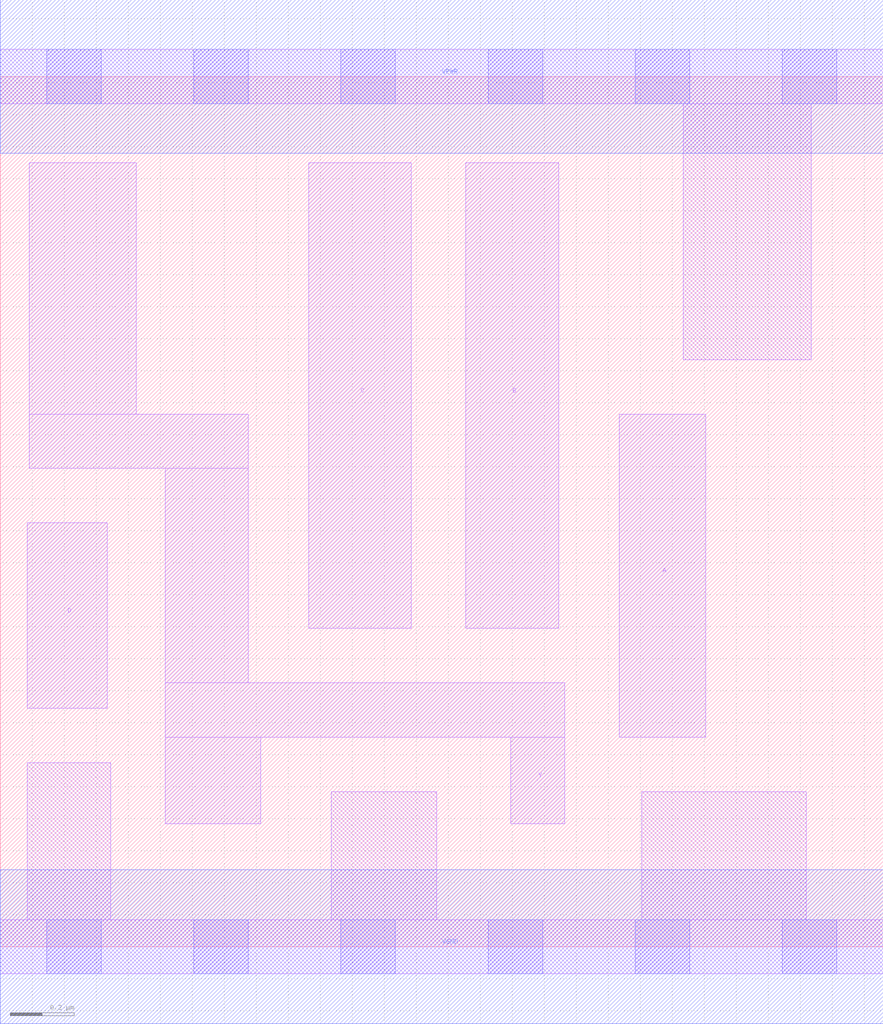
<source format=lef>
# Copyright 2020 The SkyWater PDK Authors
#
# Licensed under the Apache License, Version 2.0 (the "License");
# you may not use this file except in compliance with the License.
# You may obtain a copy of the License at
#
#     https://www.apache.org/licenses/LICENSE-2.0
#
# Unless required by applicable law or agreed to in writing, software
# distributed under the License is distributed on an "AS IS" BASIS,
# WITHOUT WARRANTIES OR CONDITIONS OF ANY KIND, either express or implied.
# See the License for the specific language governing permissions and
# limitations under the License.
#
# SPDX-License-Identifier: Apache-2.0

VERSION 5.7 ;
  NAMESCASESENSITIVE ON ;
  NOWIREEXTENSIONATPIN ON ;
  DIVIDERCHAR "/" ;
  BUSBITCHARS "[]" ;
UNITS
  DATABASE MICRONS 200 ;
END UNITS
PROPERTYDEFINITIONS
  MACRO maskLayoutSubType STRING ;
  MACRO prCellType STRING ;
  MACRO originalViewName STRING ;
END PROPERTYDEFINITIONS
MACRO sky130_fd_sc_hdll__nor4_1
  CLASS CORE ;
  FOREIGN sky130_fd_sc_hdll__nor4_1 ;
  ORIGIN  0.000000  0.000000 ;
  SIZE  2.760000 BY  2.720000 ;
  SYMMETRY X Y R90 ;
  SITE unithd ;
  PIN A
    ANTENNAGATEAREA  0.277500 ;
    DIRECTION INPUT ;
    USE SIGNAL ;
    PORT
      LAYER li1 ;
        RECT 1.935000 0.655000 2.205000 1.665000 ;
    END
  END A
  PIN B
    ANTENNAGATEAREA  0.277500 ;
    DIRECTION INPUT ;
    USE SIGNAL ;
    PORT
      LAYER li1 ;
        RECT 1.455000 0.995000 1.745000 2.450000 ;
    END
  END B
  PIN C
    ANTENNAGATEAREA  0.277500 ;
    DIRECTION INPUT ;
    USE SIGNAL ;
    PORT
      LAYER li1 ;
        RECT 0.965000 0.995000 1.285000 2.450000 ;
    END
  END C
  PIN D
    ANTENNAGATEAREA  0.277500 ;
    DIRECTION INPUT ;
    USE SIGNAL ;
    PORT
      LAYER li1 ;
        RECT 0.085000 0.745000 0.335000 1.325000 ;
    END
  END D
  PIN VGND
    ANTENNADIFFAREA  0.604500 ;
    DIRECTION INOUT ;
    USE SIGNAL ;
    PORT
      LAYER met1 ;
        RECT 0.000000 -0.240000 2.760000 0.240000 ;
    END
  END VGND
  PIN VPWR
    ANTENNADIFFAREA  0.270000 ;
    DIRECTION INOUT ;
    USE SIGNAL ;
    PORT
      LAYER met1 ;
        RECT 0.000000 2.480000 2.760000 2.960000 ;
    END
  END VPWR
  PIN Y
    ANTENNADIFFAREA  0.699000 ;
    DIRECTION OUTPUT ;
    USE SIGNAL ;
    PORT
      LAYER li1 ;
        RECT 0.090000 1.495000 0.775000 1.665000 ;
        RECT 0.090000 1.665000 0.425000 2.450000 ;
        RECT 0.515000 0.385000 0.815000 0.655000 ;
        RECT 0.515000 0.655000 1.765000 0.825000 ;
        RECT 0.515000 0.825000 0.775000 1.495000 ;
        RECT 1.595000 0.385000 1.765000 0.655000 ;
    END
  END Y
  OBS
    LAYER li1 ;
      RECT 0.000000 -0.085000 2.760000 0.085000 ;
      RECT 0.000000  2.635000 2.760000 2.805000 ;
      RECT 0.085000  0.085000 0.345000 0.575000 ;
      RECT 1.035000  0.085000 1.365000 0.485000 ;
      RECT 2.005000  0.085000 2.520000 0.485000 ;
      RECT 2.135000  1.835000 2.535000 2.635000 ;
    LAYER mcon ;
      RECT 0.145000 -0.085000 0.315000 0.085000 ;
      RECT 0.145000  2.635000 0.315000 2.805000 ;
      RECT 0.605000 -0.085000 0.775000 0.085000 ;
      RECT 0.605000  2.635000 0.775000 2.805000 ;
      RECT 1.065000 -0.085000 1.235000 0.085000 ;
      RECT 1.065000  2.635000 1.235000 2.805000 ;
      RECT 1.525000 -0.085000 1.695000 0.085000 ;
      RECT 1.525000  2.635000 1.695000 2.805000 ;
      RECT 1.985000 -0.085000 2.155000 0.085000 ;
      RECT 1.985000  2.635000 2.155000 2.805000 ;
      RECT 2.445000 -0.085000 2.615000 0.085000 ;
      RECT 2.445000  2.635000 2.615000 2.805000 ;
  END
  PROPERTY maskLayoutSubType "abstract" ;
  PROPERTY prCellType "standard" ;
  PROPERTY originalViewName "layout" ;
END sky130_fd_sc_hdll__nor4_1
END LIBRARY

</source>
